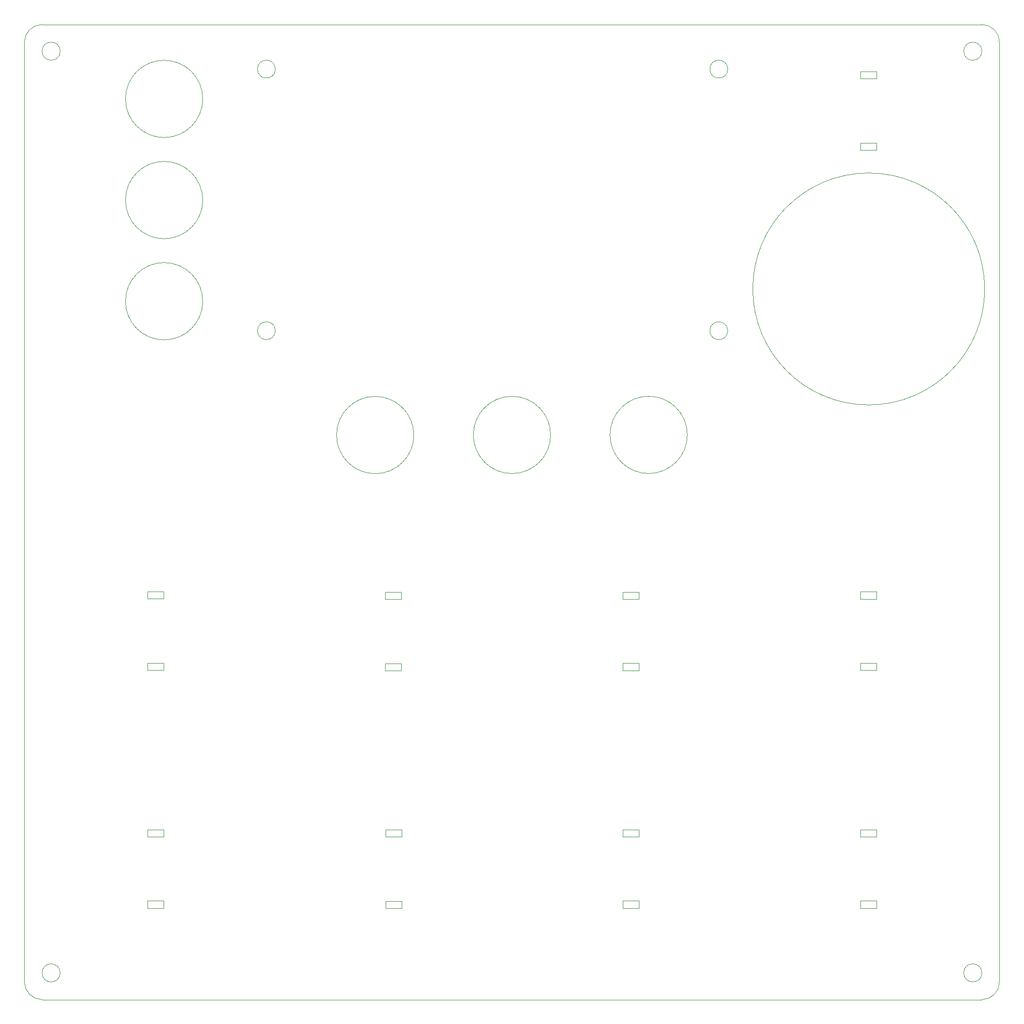
<source format=gbr>
%TF.GenerationSoftware,KiCad,Pcbnew,9.0.3*%
%TF.CreationDate,2025-09-02T17:41:31+02:00*%
%TF.ProjectId,midi_controller,6d696469-5f63-46f6-9e74-726f6c6c6572,rev?*%
%TF.SameCoordinates,Original*%
%TF.FileFunction,Profile,NP*%
%FSLAX46Y46*%
G04 Gerber Fmt 4.6, Leading zero omitted, Abs format (unit mm)*
G04 Created by KiCad (PCBNEW 9.0.3) date 2025-09-02 17:41:31*
%MOMM*%
%LPD*%
G01*
G04 APERTURE LIST*
%TA.AperFunction,Profile*%
%ADD10C,0.050000*%
%TD*%
%TA.AperFunction,Profile*%
%ADD11C,0.001000*%
%TD*%
%TA.AperFunction,Profile*%
%ADD12C,0.100000*%
%TD*%
G04 APERTURE END LIST*
D10*
X239020000Y-237500000D02*
G75*
G02*
X235980000Y-237500000I-1520000J0D01*
G01*
X235980000Y-237500000D02*
G75*
G02*
X239020000Y-237500000I1520000J0D01*
G01*
X84020000Y-82500000D02*
G75*
G02*
X80980000Y-82500000I-1520000J0D01*
G01*
X80980000Y-82500000D02*
G75*
G02*
X84020000Y-82500000I1520000J0D01*
G01*
X84020000Y-237500000D02*
G75*
G02*
X80980000Y-237500000I-1520000J0D01*
G01*
X80980000Y-237500000D02*
G75*
G02*
X84020000Y-237500000I1520000J0D01*
G01*
D11*
X239000000Y-242000000D02*
X81000000Y-242000000D01*
X239000000Y-78000000D02*
G75*
G02*
X242000000Y-81000000I0J-3000000D01*
G01*
X81000000Y-78000000D02*
X239000000Y-78000000D01*
D10*
X239020000Y-82500000D02*
G75*
G02*
X235980000Y-82500000I-1520000J0D01*
G01*
X235980000Y-82500000D02*
G75*
G02*
X239020000Y-82500000I1520000J0D01*
G01*
D11*
X242000000Y-81000000D02*
X242000000Y-239000000D01*
X78000000Y-81000000D02*
G75*
G02*
X81000000Y-78000000I3000000J0D01*
G01*
X78000000Y-239000000D02*
X78000000Y-81000000D01*
X242000000Y-239000000D02*
G75*
G02*
X239000000Y-242000000I-3000000J0D01*
G01*
X81000000Y-242000000D02*
G75*
G02*
X78000000Y-239000000I0J3000000D01*
G01*
D12*
%TO.C,DISP1*%
X120199995Y-85510000D02*
G75*
G02*
X117199995Y-85510000I-1500000J0D01*
G01*
X117199995Y-85510000D02*
G75*
G02*
X120199995Y-85510000I1500000J0D01*
G01*
X120199995Y-129510000D02*
G75*
G02*
X117199995Y-129510000I-1500000J0D01*
G01*
X117199995Y-129510000D02*
G75*
G02*
X120199995Y-129510000I1500000J0D01*
G01*
X196279995Y-85510000D02*
G75*
G02*
X193279995Y-85510000I-1500000J0D01*
G01*
X193279995Y-85510000D02*
G75*
G02*
X196279995Y-85510000I1500000J0D01*
G01*
X196279995Y-129510000D02*
G75*
G02*
X193279995Y-129510000I-1500000J0D01*
G01*
X193279995Y-129510000D02*
G75*
G02*
X196279995Y-129510000I1500000J0D01*
G01*
%TO.C,ENC_MECH6*%
D10*
X98710013Y-214590018D02*
X101410013Y-214590018D01*
X101410013Y-213390018D01*
X98710013Y-213390018D01*
X98710013Y-214590018D01*
X98710013Y-226590018D02*
X101410013Y-226590018D01*
X101410013Y-225390018D01*
X98710013Y-225390018D01*
X98710013Y-226590018D01*
%TO.C,ENC_MECH8*%
X181340013Y-213400018D02*
X178640013Y-213400018D01*
X178640013Y-214600018D01*
X181340013Y-214600018D01*
X181340013Y-213400018D01*
X181340013Y-225400018D02*
X178640013Y-225400018D01*
X178640013Y-226600018D01*
X181340013Y-226600018D01*
X181340013Y-225400018D01*
%TO.C,ENC_MECH7*%
X138750013Y-214630018D02*
X141450013Y-214630018D01*
X141450013Y-213430018D01*
X138750013Y-213430018D01*
X138750013Y-214630018D01*
X138750013Y-226630018D02*
X141450013Y-226630018D01*
X141450013Y-225430018D01*
X138750013Y-225430018D01*
X138750013Y-226630018D01*
%TO.C,ENC_MECH2*%
X98740013Y-174600018D02*
X101440013Y-174600018D01*
X101440013Y-173400018D01*
X98740013Y-173400018D01*
X98740013Y-174600018D01*
X98740013Y-186600018D02*
X101440013Y-186600018D01*
X101440013Y-185400018D01*
X98740013Y-185400018D01*
X98740013Y-186600018D01*
%TO.C,SW3*%
X108000013Y-124550018D02*
G75*
G02*
X95000013Y-124550018I-6500000J0D01*
G01*
X95000013Y-124550018D02*
G75*
G02*
X108000013Y-124550018I6500000J0D01*
G01*
%TO.C,ENC_MECH1*%
X221300013Y-85900018D02*
X218600013Y-85900018D01*
X218600013Y-87100018D01*
X221300013Y-87100018D01*
X221300013Y-85900018D01*
X221300013Y-97900018D02*
X218600013Y-97900018D01*
X218600013Y-99100018D01*
X221300013Y-99100018D01*
X221300013Y-97900018D01*
%TO.C,ENC_MECH9*%
X221270013Y-213400018D02*
X218570013Y-213400018D01*
X218570013Y-214600018D01*
X221270013Y-214600018D01*
X221270013Y-213400018D01*
X221270013Y-225400018D02*
X218570013Y-225400018D01*
X218570013Y-226600018D01*
X221270013Y-226600018D01*
X221270013Y-225400018D01*
%TO.C,ENC_MECH4*%
X181360013Y-173430018D02*
X178660013Y-173430018D01*
X178660013Y-174630018D01*
X181360013Y-174630018D01*
X181360013Y-173430018D01*
X181360013Y-185430018D02*
X178660013Y-185430018D01*
X178660013Y-186630018D01*
X181360013Y-186630018D01*
X181360013Y-185430018D01*
%TO.C,ENC_OPT1*%
X239500013Y-122482518D02*
G75*
G02*
X200500013Y-122482518I-19500000J0D01*
G01*
X200500013Y-122482518D02*
G75*
G02*
X239500013Y-122482518I19500000J0D01*
G01*
%TO.C,ENC_MECH5*%
X221300013Y-173410018D02*
X218600013Y-173410018D01*
X218600013Y-174610018D01*
X221300013Y-174610018D01*
X221300013Y-173410018D01*
X221300013Y-185410018D02*
X218600013Y-185410018D01*
X218600013Y-186610018D01*
X221300013Y-186610018D01*
X221300013Y-185410018D01*
%TO.C,SW6*%
X189490013Y-147020018D02*
G75*
G02*
X176490013Y-147020018I-6500000J0D01*
G01*
X176490013Y-147020018D02*
G75*
G02*
X189490013Y-147020018I6500000J0D01*
G01*
%TO.C,SW4*%
X143500013Y-147050018D02*
G75*
G02*
X130500013Y-147050018I-6500000J0D01*
G01*
X130500013Y-147050018D02*
G75*
G02*
X143500013Y-147050018I6500000J0D01*
G01*
%TO.C,ENC_MECH3*%
X138710013Y-174640018D02*
X141410013Y-174640018D01*
X141410013Y-173440018D01*
X138710013Y-173440018D01*
X138710013Y-174640018D01*
X138710013Y-186640018D02*
X141410013Y-186640018D01*
X141410013Y-185440018D01*
X138710013Y-185440018D01*
X138710013Y-186640018D01*
%TO.C,SW2*%
X108000013Y-107535018D02*
G75*
G02*
X95000013Y-107535018I-6500000J0D01*
G01*
X95000013Y-107535018D02*
G75*
G02*
X108000013Y-107535018I6500000J0D01*
G01*
%TO.C,SW5*%
X166500013Y-147030018D02*
G75*
G02*
X153500013Y-147030018I-6500000J0D01*
G01*
X153500013Y-147030018D02*
G75*
G02*
X166500013Y-147030018I6500000J0D01*
G01*
%TO.C,SW1*%
X108000013Y-90520018D02*
G75*
G02*
X95000013Y-90520018I-6500000J0D01*
G01*
X95000013Y-90520018D02*
G75*
G02*
X108000013Y-90520018I6500000J0D01*
G01*
%TD*%
M02*

</source>
